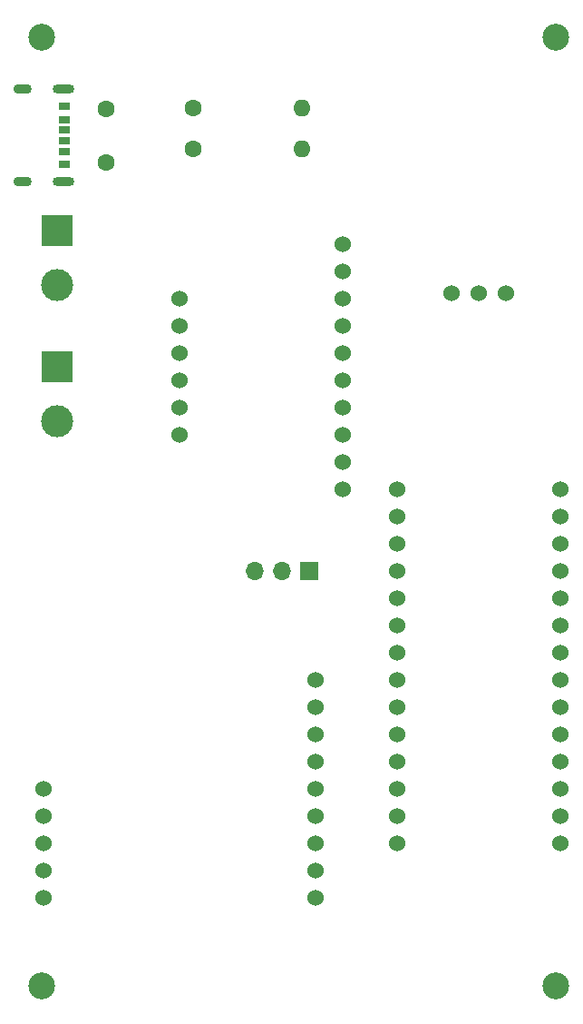
<source format=gts>
%TF.GenerationSoftware,KiCad,Pcbnew,7.0.7*%
%TF.CreationDate,2023-10-02T11:40:01-05:00*%
%TF.ProjectId,iowa-rover,696f7761-2d72-46f7-9665-722e6b696361,rev?*%
%TF.SameCoordinates,Original*%
%TF.FileFunction,Soldermask,Top*%
%TF.FilePolarity,Negative*%
%FSLAX46Y46*%
G04 Gerber Fmt 4.6, Leading zero omitted, Abs format (unit mm)*
G04 Created by KiCad (PCBNEW 7.0.7) date 2023-10-02 11:40:01*
%MOMM*%
%LPD*%
G01*
G04 APERTURE LIST*
%ADD10C,1.524000*%
%ADD11C,2.500000*%
%ADD12C,1.600000*%
%ADD13O,1.600000X1.600000*%
%ADD14R,3.000000X3.000000*%
%ADD15C,3.000000*%
%ADD16R,1.700000X1.700000*%
%ADD17O,1.700000X1.700000*%
%ADD18R,1.000000X0.700000*%
%ADD19R,1.000000X0.800000*%
%ADD20O,2.000000X0.900000*%
%ADD21O,1.700000X0.900000*%
G04 APERTURE END LIST*
D10*
%TO.C,U2*%
X68580000Y-144780000D03*
X68580000Y-142240000D03*
X68580000Y-139700000D03*
X68580000Y-137160000D03*
X68580000Y-134620000D03*
X68580000Y-132080000D03*
X68580000Y-129540000D03*
X68580000Y-127000000D03*
X68580000Y-124460000D03*
X43180000Y-144780000D03*
X43180000Y-142240000D03*
X43180000Y-139700000D03*
X43180000Y-137160000D03*
X43180000Y-134620000D03*
%TD*%
D11*
%TO.C,REF\u002A\u002A*%
X91000000Y-153000000D03*
%TD*%
D12*
%TO.C,R2*%
X57150000Y-74930000D03*
D13*
X67310000Y-74930000D03*
%TD*%
D11*
%TO.C,REF\u002A\u002A*%
X43000000Y-64500000D03*
%TD*%
%TO.C,REF\u002A\u002A*%
X43000000Y-153000000D03*
%TD*%
D14*
%TO.C,J2*%
X44450000Y-82550000D03*
D15*
X44450000Y-87630000D03*
%TD*%
D10*
%TO.C,RV1*%
X81280000Y-88400000D03*
X83820000Y-88400000D03*
X86360000Y-88400000D03*
%TD*%
%TO.C,U1*%
X76200000Y-106680000D03*
X76200000Y-109220000D03*
X76200000Y-111760000D03*
X76200000Y-114300000D03*
X76200000Y-116840000D03*
X76200000Y-119380000D03*
X76200000Y-121920000D03*
X76200000Y-124460000D03*
X76200000Y-127000000D03*
X76200000Y-129540000D03*
X76200000Y-132080000D03*
X76200000Y-134620000D03*
X76200000Y-137160000D03*
X76200000Y-139700000D03*
X91440000Y-139700000D03*
X91440000Y-137160000D03*
X91440000Y-134620000D03*
X91440000Y-132080000D03*
X91440000Y-129540000D03*
X91440000Y-127000000D03*
X91440000Y-124460000D03*
X91440000Y-121920000D03*
X91440000Y-119380000D03*
X91440000Y-116840000D03*
X91440000Y-114300000D03*
X91440000Y-111760000D03*
X91440000Y-109220000D03*
X91440000Y-106680000D03*
%TD*%
D16*
%TO.C,SW1*%
X67945000Y-114300000D03*
D17*
X65405000Y-114300000D03*
X62865000Y-114300000D03*
%TD*%
D10*
%TO.C,U3*%
X71120000Y-106680000D03*
X71120000Y-104140000D03*
X71120000Y-101600000D03*
X71120000Y-99060000D03*
X71120000Y-96520000D03*
X71120000Y-93980000D03*
X71120000Y-91440000D03*
X71120000Y-88900000D03*
X71120000Y-86360000D03*
X71120000Y-83820000D03*
X55880000Y-88900000D03*
X55880000Y-91440000D03*
X55880000Y-93980000D03*
X55880000Y-96520000D03*
X55880000Y-99060000D03*
X55880000Y-101600000D03*
%TD*%
D18*
%TO.C,J1*%
X45090000Y-73160000D03*
D19*
X45090000Y-75160000D03*
X45090000Y-76360000D03*
D18*
X45090000Y-74160000D03*
D19*
X45090000Y-72160000D03*
X45090000Y-70960000D03*
D20*
X45040000Y-69340000D03*
D21*
X41240000Y-69340000D03*
D20*
X45040000Y-77980000D03*
D21*
X41240000Y-77980000D03*
%TD*%
D12*
%TO.C,R1*%
X57150000Y-71120000D03*
D13*
X67310000Y-71120000D03*
%TD*%
D11*
%TO.C,REF\u002A\u002A*%
X91000000Y-64500000D03*
%TD*%
D12*
%TO.C,C1*%
X49022000Y-71160000D03*
X49022000Y-76160000D03*
%TD*%
D14*
%TO.C,J3*%
X44450000Y-95250000D03*
D15*
X44450000Y-100330000D03*
%TD*%
M02*

</source>
